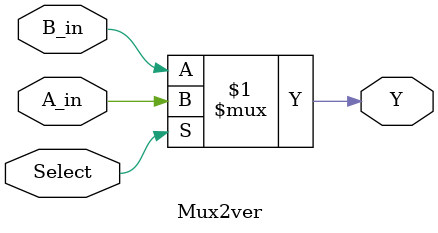
<source format=v>
/*Mux
---------------------------------------------------------
| S | A | B | Y |				   
|---------------|				      S
| 0   0   0   0	|				      |
|---------------|				 _____|____
| 0   0   1   1 |				|	    \
|---------------|				|  Mux	     |
| 0   1   0   0 |				|	     |
|---------------|		   	   A----|	     |
| 0   1   1   1 |				|	     |----Y
|_______________|				|	     |
|_______________|				|	     |
| 1   0   0   0 |				|	     |
|---------------|		  	   B----|	     |
| 1   0   1   0 |				|	     |
|---------------|				|___________/
| 1   1   0   1 |
|---------------|
| 1   1   1   1 |
---------------------------------------------------------
*/
module Mux2ver (
	input wire Select,	       // the switching signal
    input wire A_in,	       // input line
	input wire B_in,	       // input line

    output Y			   // output line	
);

assign Y = (Select) ? A_in : B_in;
endmodule

</source>
